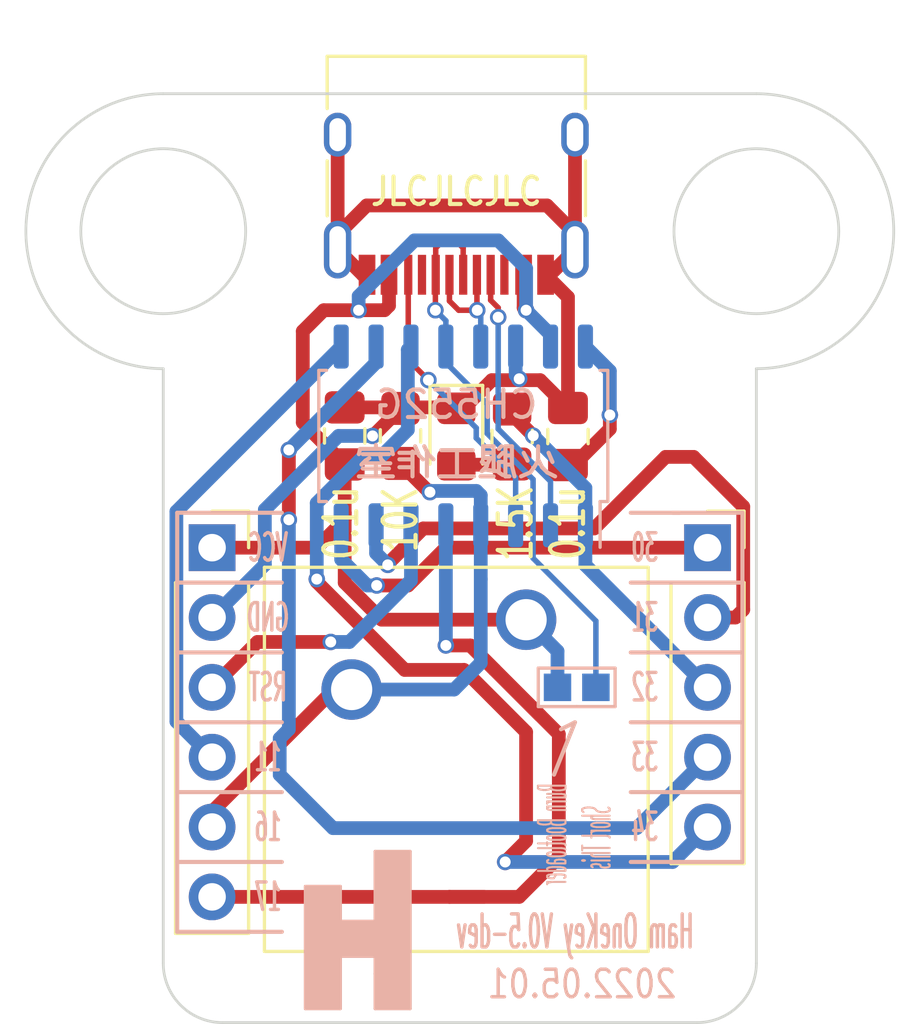
<source format=kicad_pcb>
(kicad_pcb (version 20211014) (generator pcbnew)
  (layers (0 "F.Cu" signal) (31 "B.Cu" signal) (34 "B.Paste" user) (35 "F.Paste" user) (36 "B.SilkS" user "B.Silkscreen") (37 "F.SilkS" user "F.Silkscreen") (38 "B.Mask" user) (39 "F.Mask" user) (44 "Edge.Cuts" user))
  (net 0 "")
  (net 1 "GND")
  (net 2 "Net-(C1-Pad2)")
  (net 3 "VBUS")
  (net 4 "Net-(D1-Pad2)")
  (net 5 "UCC1")
  (net 6 "D+")
  (net 7 "D-")
  (net 9 "UCC2")
  (net 11 "RST")
  (net 12 "P1.1")
  (net 13 "P1.6")
  (net 14 "P1.7")
  (net 15 "P3.0")
  (net 16 "P3.1")
  (net 17 "P3.2")
  (net 18 "P3.3")
  (net 19 "P3.4")
  (footprint "Capacitor_SMD:C_0805_2012Metric_Pad1.18x1.45mm_HandSolder" (layer "F.Cu") (at 153.416 88.9215 -90)
    (fp_text reference "0.1u" (at 3.1535 0 90) (layer "F.SilkS") (effects (font (size 1.2 0.8))))
    (fp_text value "0.1u")
    (fp_line (start -0.261252 -0.735) (end 0.261252 -0.735) (layer "F.SilkS") (width 0.12))
    (fp_line (start -0.261252 0.735) (end 0.261252 0.735) (layer "F.SilkS") (width 0.12))
    (pad "1" smd roundrect (at -1.0375 0 270) (size 1.175 1.45) (layers "F.Cu" "F.Paste" "F.Mask") (roundrect_rratio 0.2127659574) (net 1 "GND"))
    (pad "2" smd roundrect (at 1.0375 0 270) (size 1.175 1.45) (layers "F.Cu" "F.Paste" "F.Mask") (roundrect_rratio 0.2127659574) (net 2 "Net-(C1-Pad2)"))
  )
  (footprint "Button_Switch_Keyboard:SW_Cherry_MX_1.00u_PCB" (layer "F.Cu") (at 151.892 95.583)
    (fp_text reference "SW1" hide)
    (fp_text value "SW_Push")
    (fp_line (start -9.525 12.065) (end -9.525 -1.905) (layer "F.SilkS") (width 0.12))
    (fp_line (start 4.445 -1.905) (end 4.445 12.065) (layer "F.SilkS") (width 0.12))
    (fp_line (start 4.445 12.065) (end -9.525 12.065) (layer "F.SilkS") (width 0.12))
    (fp_line (start -9.525 -1.905) (end 4.445 -1.905) (layer "F.SilkS") (width 0.12))
    (pad "" np_thru_hole circle (at -2.54 5.08) (size 4 4) (drill 4) (layers *.Cu *.Mask))
    (pad "" np_thru_hole circle (at -7.62 5.08) (size 1.7 1.7) (drill 1.7) (layers *.Cu *.Mask))
    (pad "" np_thru_hole circle (at 2.54 5.08) (size 1.7 1.7) (drill 1.7) (layers *.Cu *.Mask))
    (pad "1" thru_hole circle (at 0 0) (size 2.2 2.2) (drill 1.5) (layers *.Cu *.Mask) (net 3 "VBUS"))
    (pad "2" thru_hole circle (at -6.35 2.54) (size 2.2 2.2) (drill 1.5) (layers *.Cu *.Mask) (net 13 "P1.6"))
  )
  (footprint "Connector_PinSocket_2.54mm:PinSocket_1x05_P2.54mm_Vertical" (layer "F.Cu") (at 158.496 92.964)
    (fp_text reference "J3" hide)
    (fp_text value "Conn_01x05_Female")
    (fp_line (start -1.33 11.49) (end 1.33 11.49) (layer "F.SilkS") (width 0.12))
    (fp_line (start 0 -1.33) (end 1.33 -1.33) (layer "F.SilkS") (width 0.12))
    (fp_line (start 1.33 -1.33) (end 1.33 0) (layer "F.SilkS") (width 0.12))
    (fp_line (start 1.33 1.27) (end 1.33 11.49) (layer "F.SilkS") (width 0.12))
    (fp_line (start -1.33 1.27) (end 1.33 1.27) (layer "F.SilkS") (width 0.12))
    (fp_line (start -1.33 1.27) (end -1.33 11.49) (layer "F.SilkS") (width 0.12))
    (pad "1" thru_hole rect (at 0 0) (size 1.7 1.7) (drill 1) (layers *.Cu *.Mask) (net 15 "P3.0"))
    (pad "2" thru_hole oval (at 0 2.54) (size 1.7 1.7) (drill 1) (layers *.Cu *.Mask) (net 16 "P3.1"))
    (pad "3" thru_hole oval (at 0 5.08) (size 1.7 1.7) (drill 1) (layers *.Cu *.Mask) (net 17 "P3.2"))
    (pad "4" thru_hole oval (at 0 7.62) (size 1.7 1.7) (drill 1) (layers *.Cu *.Mask) (net 18 "P3.3"))
    (pad "5" thru_hole oval (at 0 10.16) (size 1.7 1.7) (drill 1) (layers *.Cu *.Mask) (net 19 "P3.4"))
  )
  (footprint "Resistor_SMD:R_0805_2012Metric_Pad1.20x1.40mm_HandSolder" (layer "F.Cu") (at 151.384 88.9215 90)
    (fp_text reference "1.5K" (at -3.1535 0.127 270) (layer "F.SilkS") (effects (font (size 1.2 0.8))))
    (fp_text value "1.5K")
    (fp_line (start -0.227064 0.735) (end 0.227064 0.735) (layer "F.SilkS") (width 0.12))
    (fp_line (start -0.227064 -0.735) (end 0.227064 -0.735) (layer "F.SilkS") (width 0.12))
    (pad "1" smd roundrect (at -1 0 90) (size 1.2 1.4) (layers "F.Cu" "F.Paste" "F.Mask") (roundrect_rratio 0.2083333333) (net 4 "Net-(D1-Pad2)"))
    (pad "2" smd roundrect (at 1 0 90) (size 1.2 1.4) (layers "F.Cu" "F.Paste" "F.Mask") (roundrect_rratio 0.2083333333) (net 17 "P3.2"))
  )
  (footprint "Capacitor_SMD:C_0805_2012Metric_Pad1.18x1.45mm_HandSolder" (layer "F.Cu") (at 145.288 88.9 -90)
    (fp_text reference "0.1u" (at 3.175 0.127 -90) (layer "F.SilkS") (effects (font (size 1.2 0.8))))
    (fp_text value "0.1u")
    (fp_line (start -0.261252 -0.735) (end 0.261252 -0.735) (layer "F.SilkS") (width 0.12))
    (fp_line (start -0.261252 0.735) (end 0.261252 0.735) (layer "F.SilkS") (width 0.12))
    (pad "1" smd roundrect (at -1.0375 0 270) (size 1.175 1.45) (layers "F.Cu" "F.Paste" "F.Mask") (roundrect_rratio 0.2127659574) (net 1 "GND"))
    (pad "2" smd roundrect (at 1.0375 0 270) (size 1.175 1.45) (layers "F.Cu" "F.Paste" "F.Mask") (roundrect_rratio 0.2127659574) (net 3 "VBUS"))
  )
  (footprint "Diode_SMD:D_0805_2012Metric_Pad1.15x1.40mm_HandSolder" (layer "F.Cu") (at 149.352 88.9215 -90)
    (fp_text reference "D1" hide)
    (fp_text value "LED")
    (fp_line (start 1 -0.96) (end -1.86 -0.96) (layer "F.SilkS") (width 0.12))
    (fp_line (start -1.86 -0.96) (end -1.86 0.96) (layer "F.SilkS") (width 0.12))
    (fp_line (start -1.86 0.96) (end 1 0.96) (layer "F.SilkS") (width 0.12))
    (pad "1" smd roundrect (at -1.025 0 270) (size 1.15 1.4) (layers "F.Cu" "F.Paste" "F.Mask") (roundrect_rratio 0.2173913043) (net 1 "GND"))
    (pad "2" smd roundrect (at 1.025 0 270) (size 1.15 1.4) (layers "F.Cu" "F.Paste" "F.Mask") (roundrect_rratio 0.2173913043) (net 4 "Net-(D1-Pad2)"))
  )
  (footprint "Connector_PinSocket_2.54mm:PinSocket_1x06_P2.54mm_Vertical" (layer "F.Cu") (at 140.462 92.964)
    (fp_text reference "J2" hide)
    (fp_text value "Conn_01x06_Female")
    (fp_line (start 1.33 -1.33) (end 1.33 0) (layer "F.SilkS") (width 0.12))
    (fp_line (start -1.33 1.27) (end 1.33 1.27) (layer "F.SilkS") (width 0.12))
    (fp_line (start -1.33 1.27) (end -1.33 14.03) (layer "F.SilkS") (width 0.12))
    (fp_line (start -1.33 14.03) (end 1.33 14.03) (layer "F.SilkS") (width 0.12))
    (fp_line (start 1.33 1.27) (end 1.33 14.03) (layer "F.SilkS") (width 0.12))
    (fp_line (start 0 -1.33) (end 1.33 -1.33) (layer "F.SilkS") (width 0.12))
    (pad "1" thru_hole rect (at 0 0) (size 1.7 1.7) (drill 1) (layers *.Cu *.Mask) (net 3 "VBUS"))
    (pad "2" thru_hole oval (at 0 2.54) (size 1.7 1.7) (drill 1) (layers *.Cu *.Mask) (net 1 "GND"))
    (pad "3" thru_hole oval (at 0 5.08) (size 1.7 1.7) (drill 1) (layers *.Cu *.Mask) (net 11 "RST"))
    (pad "4" thru_hole oval (at 0 7.62) (size 1.7 1.7) (drill 1) (layers *.Cu *.Mask) (net 12 "P1.1"))
    (pad "5" thru_hole oval (at 0 10.16) (size 1.7 1.7) (drill 1) (layers *.Cu *.Mask) (net 13 "P1.6"))
    (pad "6" thru_hole oval (at 0 12.7) (size 1.7 1.7) (drill 1) (layers *.Cu *.Mask) (net 14 "P1.7"))
  )
  (footprint "Resistor_SMD:R_0805_2012Metric_Pad1.20x1.40mm_HandSolder" (layer "F.Cu") (at 147.32 88.9 -90)
    (fp_text reference "10K" (at 3.048 0 90) (layer "F.SilkS") (effects (font (size 1.2 0.8))))
    (fp_text value "10K")
    (fp_line (start -0.227064 -0.735) (end 0.227064 -0.735) (layer "F.SilkS") (width 0.12))
    (fp_line (start -0.227064 0.735) (end 0.227064 0.735) (layer "F.SilkS") (width 0.12))
    (pad "1" smd roundrect (at -1 0 270) (size 1.2 1.4) (layers "F.Cu" "F.Paste" "F.Mask") (roundrect_rratio 0.2083333333) (net 1 "GND"))
    (pad "2" smd roundrect (at 1 0 270) (size 1.2 1.4) (layers "F.Cu" "F.Paste" "F.Mask") (roundrect_rratio 0.2083333333) (net 13 "P1.6"))
  )
  (footprint "Connector_USB:USB_C_Receptacle_HRO_TYPE-C-31-M-12" (layer "F.Cu") (at 149.352 78.994 180)
    (fp_text reference "J1" hide)
    (fp_text value "USB_C_Receptacle_USB2.0")
    (fp_line (start -4.7 -1.9) (end -4.7 0.1) (layer "F.SilkS") (width 0.12))
    (fp_line (start 4.7 -1.9) (end 4.7 0.1) (layer "F.SilkS") (width 0.12))
    (fp_line (start 4.7 2) (end 4.7 3.9) (layer "F.SilkS") (width 0.12))
    (fp_line (start -4.7 3.9) (end 4.7 3.9) (layer "F.SilkS") (width 0.12))
    (fp_line (start -4.7 2) (end -4.7 3.9) (layer "F.SilkS") (width 0.12))
    (pad "" np_thru_hole circle (at 2.89 -2.6 180) (size 0.65 0.65) (drill 0.65) (layers *.Cu *.Mask))
    (pad "" np_thru_hole circle (at -2.89 -2.6 180) (size 0.65 0.65) (drill 0.65) (layers *.Cu *.Mask))
    (pad "A1" smd rect (at -3.25 -4.045 180) (size 0.6 1.45) (layers "F.Cu" "F.Paste" "F.Mask") (net 1 "GND"))
    (pad "A4" smd rect (at -2.45 -4.045 180) (size 0.6 1.45) (layers "F.Cu" "F.Paste" "F.Mask") (net 3 "VBUS"))
    (pad "A5" smd rect (at -1.25 -4.045 180) (size 0.3 1.45) (layers "F.Cu" "F.Paste" "F.Mask") (net 5 "UCC1"))
    (pad "A6" smd rect (at -0.25 -4.045 180) (size 0.3 1.45) (layers "F.Cu" "F.Paste" "F.Mask") (net 6 "D+"))
    (pad "A7" smd rect (at 0.25 -4.045 180) (size 0.3 1.45) (layers "F.Cu" "F.Paste" "F.Mask") (net 7 "D-"))
    (pad "A8" smd rect (at 1.25 -4.045 180) (size 0.3 1.45) (layers "F.Cu" "F.Paste" "F.Mask"))
    (pad "A9" smd rect (at 2.45 -4.045 180) (size 0.6 1.45) (layers "F.Cu" "F.Paste" "F.Mask") (net 3 "VBUS"))
    (pad "A12" smd rect (at 3.25 -4.045 180) (size 0.6 1.45) (layers "F.Cu" "F.Paste" "F.Mask") (net 1 "GND"))
    (pad "B1" smd rect (at 3.25 -4.045 180) (size 0.6 1.45) (layers "F.Cu" "F.Paste" "F.Mask") (net 1 "GND"))
    (pad "B4" smd rect (at 2.45 -4.045 180) (size 0.6 1.45) (layers "F.Cu" "F.Paste" "F.Mask") (net 3 "VBUS"))
    (pad "B5" smd rect (at 1.75 -4.045 180) (size 0.3 1.45) (layers "F.Cu" "F.Paste" "F.Mask") (net 9 "UCC2"))
    (pad "B6" smd rect (at 0.75 -4.045 180) (size 0.3 1.45) (layers "F.Cu" "F.Paste" "F.Mask") (net 6 "D+"))
    (pad "B7" smd rect (at -0.75 -4.045 180) (size 0.3 1.45) (layers "F.Cu" "F.Paste" "F.Mask") (net 7 "D-"))
    (pad "B8" smd rect (at -1.75 -4.045 180) (size 0.3 1.45) (layers "F.Cu" "F.Paste" "F.Mask"))
    (pad "B9" smd rect (at -2.45 -4.045 180) (size 0.6 1.45) (layers "F.Cu" "F.Paste" "F.Mask") (net 3 "VBUS"))
    (pad "B12" smd rect (at -3.25 -4.045 180) (size 0.6 1.45) (layers "F.Cu" "F.Paste" "F.Mask") (net 1 "GND"))
    (pad "S1" thru_hole oval (at 4.32 1.05 180) (size 1 1.6) (drill oval 0.6 1.2) (layers *.Cu *.Mask) (net 1 "GND"))
    (pad "S1" thru_hole oval (at -4.32 -3.13 180) (size 1 2.1) (drill oval 0.6 1.7) (layers *.Cu *.Mask) (net 1 "GND"))
    (pad "S1" thru_hole oval (at -4.32 1.05 180) (size 1 1.6) (drill oval 0.6 1.2) (layers *.Cu *.Mask) (net 1 "GND"))
    (pad "S1" thru_hole oval (at 4.32 -3.13 180) (size 1 2.1) (drill oval 0.6 1.7) (layers *.Cu *.Mask) (net 1 "GND"))
  )
  (footprint "TestPoint:TestPoint_Pad_1.0x1.0mm" (layer "B.Cu") (at 154.432 98.044 180)
    (fp_text reference "D+" hide)
    (fp_text value "TestPoint_Pad_1.0x1.0mm")
    (fp_line (start 0.7 -0.7) (end -0.7 -0.7) (layer "B.SilkS") (width 0.12))
    (fp_line (start -0.7 0.7) (end 0.7 0.7) (layer "B.SilkS") (width 0.12))
    (fp_line (start -0.7 -0.7) (end -0.7 0.7) (layer "B.SilkS") (width 0.12))
    (pad "1" smd rect (at 0 0 180) (size 1 1) (layers "B.Cu" "B.Mask") (net 6 "D+"))
  )
  (footprint "TestPoint:TestPoint_Pad_1.0x1.0mm" (layer "B.Cu") (at 153.035 98.044 180)
    (fp_text reference "VCC" hide)
    (fp_text value "TestPoint_Pad_1.0x1.0mm")
    (fp_line (start 0.7 -0.7) (end -0.7 -0.7) (layer "B.SilkS") (width 0.12))
    (fp_line (start 0.7 0.7) (end 0.7 -0.7) (layer "B.SilkS") (width 0.12))
    (fp_line (start -0.7 0.7) (end 0.7 0.7) (layer "B.SilkS") (width 0.12))
    (pad "1" smd rect (at 0 0 180) (size 1 1) (layers "B.Cu" "B.Mask") (net 3 "VBUS"))
  )
  (footprint "LOGO:Ham_LOGO" (layer "B.Cu") (at 143.859 103.378 180)
    (fp_text reference "REF**" hide)
    (fp_text value "LOGO" hide)
    (fp_line (start 0 -6.35) (end -1.27 -6.35) (layer "B.SilkS") (width 0.12))
    (fp_line (start 0 -3.175) (end 0 -6.35) (layer "B.SilkS") (width 0.12))
    (fp_line (start -2.54 -0.635) (end -2.54 -3.175) (layer "B.SilkS") (width 0.12))
    (fp_line (start -2.54 -4.445) (end -1.27 -4.445) (layer "B.SilkS") (width 0.12))
    (fp_line (start -3.81 -6.35) (end -3.81 -0.635) (layer "B.SilkS") (width 0.12))
    (fp_line (start -1.27 -3.175) (end -1.27 -1.905) (layer "B.SilkS") (width 0.12))
    (fp_line (start 0 -1.905) (end 0 -3.175) (layer "B.SilkS") (width 0.12))
    (fp_line (start -2.54 -5.08) (end -2.54 -6.35) (layer "B.SilkS") (width 0.12))
    (fp_line (start -2.54 -3.175) (end -1.27 -3.175) (layer "B.SilkS") (width 0.12))
    (fp_line (start -2.54 -6.35) (end -3.81 -6.35) (layer "B.SilkS") (width 0.12))
    (fp_line (start -2.54 -4.445) (end -2.54 -5.08) (layer "B.SilkS") (width 0.12))
    (fp_line (start -1.27 -1.905) (end 0 -1.905) (layer "B.SilkS") (width 0.12))
    (fp_line (start -1.27 -6.35) (end -1.27 -5.08) (layer "B.SilkS") (width 0.12))
    (fp_line (start -1.27 -4.445) (end -1.27 -5.08) (layer "B.SilkS") (width 0.12))
    (fp_line (start -3.81 -0.635) (end -2.54 -0.635) (layer "B.SilkS") (width 0.12))
    (fp_poly (pts (xy -1.27 -4.445) (xy -2.54 -4.445) (xy -2.54 -3.175) (xy -1.27 -3.175)) (layer "B.SilkS") (width 0.1) (fill solid))
    (fp_poly (pts (xy -2.54 -6.35) (xy -3.81 -6.35) (xy -3.81 -0.635) (xy -2.54 -0.635)) (layer "B.SilkS") (width 0.1) (fill solid))
    (fp_poly (pts (xy 0 -6.35) (xy -1.27 -6.35) (xy -1.27 -1.905) (xy 0 -1.905)) (layer "B.SilkS") (width 0.1) (fill solid))
  )
  (footprint "Package_SO:SOIC-16_4.55x10.3mm_P1.27mm" (layer "B.Cu") (at 149.606 88.9 90)
    (fp_text reference "CH552G" (at 1.143 -0.254 180) (layer "B.SilkS") (effects (justify mirror)))
    (fp_text value "CH552G")
    (fp_line (start -2.385 5.26) (end -2.385 4.98) (layer "B.SilkS") (width 0.12))
    (fp_line (start 0 5.26) (end -2.385 5.26) (layer "B.SilkS") (width 0.12))
    (fp_line (start 0 5.26) (end 2.385 5.26) (layer "B.SilkS") (width 0.12))
    (fp_line (start 0 -5.26) (end 2.385 -5.26) (layer "B.SilkS") (width 0.12))
    (fp_line (start 2.385 5.26) (end 2.385 4.98) (layer "B.SilkS") (width 0.12))
    (fp_line (start 2.385 -5.26) (end 2.385 -4.98) (layer "B.SilkS") (width 0.12))
    (fp_line (start 0 -5.26) (end -2.385 -5.26) (layer "B.SilkS") (width 0.12))
    (fp_line (start -2.385 -5.26) (end -2.385 -4.98) (layer "B.SilkS") (width 0.12))
    (fp_line (start -2.385 4.98) (end -4.05 4.98) (layer "B.SilkS") (width 0.12))
    (pad "1" smd roundrect (at -3.25 4.445 90) (size 1.6 0.55) (layers "B.Cu" "B.Paste" "B.Mask") (net 17 "P3.2"))
    (pad "2" smd roundrect (at -3.25 3.175 90) (size 1.6 0.55) (layers "B.Cu" "B.Paste" "B.Mask") (net 5 "UCC1"))
    (pad "3" smd roundrect (at -3.25 1.905 90) (size 1.6 0.55) (layers "B.Cu" "B.Paste" "B.Mask") (net 9 "UCC2"))
    (pad "4" smd roundrect (at -3.25 0.635 90) (size 1.6 0.55) (layers "B.Cu" "B.Paste" "B.Mask") (net 13 "P1.6"))
    (pad "5" smd roundrect (at -3.25 -0.635 90) (size 1.6 0.55) (layers "B.Cu" "B.Paste" "B.Mask") (net 14 "P1.7"))
    (pad "6" smd roundrect (at -3.25 -1.905 90) (size 1.6 0.55) (layers "B.Cu" "B.Paste" "B.Mask") (net 11 "RST"))
    (pad "7" smd roundrect (at -3.25 -3.175 90) (size 1.6 0.55) (layers "B.Cu" "B.Paste" "B.Mask") (net 16 "P3.1"))
    (pad "8" smd roundrect (at -3.25 -4.445 90) (size 1.6 0.55) (layers "B.Cu" "B.Paste" "B.Mask") (net 15 "P3.0"))
    (pad "9" smd roundrect (at 3.25 -4.445 90) (size 1.6 0.55) (layers "B.Cu" "B.Paste" "B.Mask") (net 12 "P1.1"))
    (pad "10" smd roundrect (at 3.25 -3.175 90) (size 1.6 0.55) (layers "B.Cu" "B.Paste" "B.Mask") (net 18 "P3.3"))
    (pad "11" smd roundrect (at 3.25 -1.905 90) (size 1.6 0.55) (layers "B.Cu" "B.Paste" "B.Mask") (net 19 "P3.4"))
    (pad "12" smd roundrect (at 3.25 -0.635 90) (size 1.6 0.55) (layers "B.Cu" "B.Paste" "B.Mask") (net 6 "D+"))
    (pad "13" smd roundrect (at 3.25 0.635 90) (size 1.6 0.55) (layers "B.Cu" "B.Paste" "B.Mask") (net 7 "D-"))
    (pad "14" smd roundrect (at 3.25 1.905 90) (size 1.6 0.55) (layers "B.Cu" "B.Paste" "B.Mask") (net 1 "GND"))
    (pad "15" smd roundrect (at 3.25 3.175 90) (size 1.6 0.55) (layers "B.Cu" "B.Paste" "B.Mask") (net 3 "VBUS"))
    (pad "16" smd roundrect (at 3.25 4.445 90) (size 1.6 0.55) (layers "B.Cu" "B.Paste" "B.Mask") (net 2 "Net-(C1-Pad2)"))
  )
  (gr_line (start 157.226 91.694) (end 159.766 91.694) (layer "B.SilkS") (width 0.15))
  (gr_line (start 139.192 96.774) (end 143.002 96.774) (layer "B.SilkS") (width 0.15))
  (gr_line (start 153.67 99.314) (end 153.162 99.568) (layer "B.SilkS") (width 0.15))
  (gr_line (start 139.192 106.934) (end 143.002 106.934) (layer "B.SilkS") (width 0.15))
  (gr_line (start 139.192 91.694) (end 143.002 91.694) (layer "B.SilkS") (width 0.15))
  (gr_line (start 157.48 104.394) (end 157.226 104.394) (layer "B.SilkS") (width 0.15))
  (gr_line (start 159.766 99.314) (end 155.702 99.314) (layer "B.SilkS") (width 0.15))
  (gr_line (start 143.002 94.234) (end 139.192 94.234) (layer "B.SilkS") (width 0.15))
  (gr_line (start 139.192 99.314) (end 143.002 99.314) (layer "B.SilkS") (width 0.15))
  (gr_line (start 139.192 101.854) (end 143.002 101.854) (layer "B.SilkS") (width 0.15))
  (gr_line (start 153.67 99.314) (end 152.908 101.219) (layer "B.SilkS") (width 0.15))
  (gr_line (start 159.766 96.774) (end 155.702 96.774) (layer "B.SilkS") (width 0.15))
  (gr_line (start 159.766 104.394) (end 157.48 104.394) (layer "B.SilkS") (width 0.15))
  (gr_line (start 139.192 94.234) (end 139.192 91.694) (layer "B.SilkS") (width 0.15))
  (gr_line (start 159.766 94.234) (end 155.702 94.234) (layer "B.SilkS") (width 0.15))
  (gr_line (start 139.192 104.394) (end 143.002 104.394) (layer "B.SilkS") (width 0.15))
  (gr_line (start 159.766 91.694) (end 159.766 104.394) (layer "B.SilkS") (width 0.15))
  (gr_line (start 159.766 101.854) (end 155.702 101.854) (layer "B.SilkS") (width 0.15))
  (gr_line (start 157.226 104.394) (end 155.702 104.394) (layer "B.SilkS") (width 0.15))
  (gr_line (start 155.702 91.694) (end 157.48 91.694) (layer "B.SilkS") (width 0.15))
  (gr_line (start 139.192 94.234) (end 139.192 106.934) (layer "B.SilkS") (width 0.15))
  (gr_line (start 160.274 86.454) (end 160.274 108.077) (layer "Edge.Cuts") (width 0.1))
  (gr_circle (center 160.274 81.454) (end 163.274 81.454) (layer "Edge.Cuts") (width 0.1) (fill none))
  (gr_arc (start 138.684 86.454) (mid 133.684 81.454) (end 138.684 76.454) (layer "Edge.Cuts") (width 0.1))
  (gr_line (start 138.684 76.454) (end 160.274 76.454) (layer "Edge.Cuts") (width 0.1))
  (gr_line (start 158.115 110.236) (end 140.843 110.236) (layer "Edge.Cuts") (width 0.1))
  (gr_circle (center 138.684 81.454) (end 141.684 81.454) (layer "Edge.Cuts") (width 0.1) (fill none))
  (gr_arc (start 160.274 76.454) (mid 165.274 81.454) (end 160.274 86.454) (layer "Edge.Cuts") (width 0.1))
  (gr_arc (start 160.274 108.077) (mid 159.641644 109.603644) (end 158.115 110.236) (layer "Edge.Cuts") (width 0.1))
  (gr_line (start 138.684 108.077) (end 138.684 86.454) (layer "Edge.Cuts") (width 0.1))
  (gr_arc (start 140.843 110.236) (mid 139.316356 109.603644) (end 138.684 108.077) (layer "Edge.Cuts") (width 0.1))
  (gr_text "Ham OneKey V0.5-dev" (at 153.67 106.934) (layer "B.SilkS") (effects (font (size 1.2 0.5) (thickness 0.125)) (justify mirror)))
  (gr_text "32" (at 156.21 98.044) (layer "B.SilkS") (effects (font (size 1 0.5) (thickness 0.125)) (justify mirror)))
  (gr_text "16" (at 142.494 103.124) (layer "B.SilkS") (effects (font (size 1 0.5) (thickness 0.125)) (justify mirror)))
  (gr_text "GND" (at 142.494 95.504) (layer "B.SilkS") (effects (font (size 1 0.5) (thickness 0.125)) (justify mirror)))
  (gr_text "31" (at 156.21 95.504) (layer "B.SilkS") (effects (font (size 1 0.5) (thickness 0.125)) (justify mirror)))
  (gr_text "33" (at 156.21 100.584) (layer "B.SilkS") (effects (font (size 1 0.5) (thickness 0.125)) (justify mirror)))
  (gr_text "30" (at 156.21 92.964) (layer "B.SilkS") (effects (font (size 1 0.5) (thickness 0.125)) (justify mirror)))
  (gr_text "34" (at 156.21 103.124) (layer "B.SilkS") (effects (font (size 1 0.5) (thickness 0.125)) (justify mirror)))
  (gr_text "火腿工作室" (at 149.352 89.916) (layer "B.SilkS") (effects (font (size 1 1)) (justify mirror)))
  (gr_text "VCC" (at 142.494 92.964) (layer "B.SilkS") (effects (font (size 1 0.5) (thickness 0.125)) (justify mirror)))
  (gr_text "2022.05.01" (at 153.924 108.839) (layer "B.SilkS") (effects (font (size 1 0.8) (thickness 0.125)) (justify mirror)))
  (gr_text "RST" (at 142.494 98.044) (layer "B.SilkS") (effects (font (size 1 0.5) (thickness 0.125)) (justify mirror)))
  (gr_text "Burn Bootloader \nShort This" (at 153.67 103.505 90) (layer "B.SilkS") (effects (font (size 1 0.3) (thickness 0.075)) (justify mirror)))
  (gr_text "17" (at 142.494 105.664) (layer "B.SilkS") (effects (font (size 1 0.5) (thickness 0.125)) (justify mirror)))
  (gr_text "11" (at 142.494 100.584) (layer "B.SilkS") (effects (font (size 1 0.5) (thickness 0.125)) (justify mirror)))
  (gr_text "JLCJLCJLC" (at 149.352 80.01) (layer "F.SilkS") (effects (font (size 1 0.8))))
  (segment (start 150.64425 86.87198) (end 152.40398 86.87198) (width 0.5) (layer "F.Cu") (net 1))
  (segment (start 152.40398 86.87198) (end 153.416 87.884) (width 0.5) (layer "F.Cu") (net 1))
  (segment (start 152.654 80.518) (end 153.672 81.536) (width 0.5) (layer "F.Cu") (net 1))
  (segment (start 153.672 81.536) (end 153.672 82.124) (width 0.5) (layer "F.Cu") (net 1))
  (segment (start 146.304 88.9) (end 146.32 88.9) (width 0.5) (layer "F.Cu") (net 1))
  (segment (start 145.032 81.574) (end 146.088 80.518) (width 0.5) (layer "F.Cu") (net 1))
  (segment (start 152.602 83.039) (end 153.416 83.853) (width 0.5) (layer "F.Cu") (net 1))
  (segment (start 153.672 77.944) (end 153.672 82.124) (width 0.5) (layer "F.Cu") (net 1))
  (segment (start 152.757 83.039) (end 153.672 82.124) (width 0.5) (layer "F.Cu") (net 1))
  (segment (start 146.102 83.039) (end 145.947 83.039) (width 0.5) (layer "F.Cu") (net 1))
  (segment (start 145.947 83.039) (end 145.032 82.124) (width 0.5) (layer "F.Cu") (net 1))
  (segment (start 145.288 87.8625) (end 149.65373 87.8625) (width 0.5) (layer "F.Cu") (net 1))
  (segment (start 152.602 83.039) (end 152.757 83.039) (width 0.5) (layer "F.Cu") (net 1))
  (segment (start 149.65373 87.8625) (end 150.64425 86.87198) (width 0.5) (layer "F.Cu") (net 1))
  (segment (start 145.032 82.124) (end 145.032 81.574) (width 0.5) (layer "F.Cu") (net 1))
  (segment (start 146.32 88.9) (end 147.32 87.9) (width 0.5) (layer "F.Cu") (net 1))
  (segment (start 153.416 83.853) (end 153.416 87.884) (width 0.5) (layer "F.Cu") (net 1))
  (segment (start 145.032 77.944) (end 145.032 82.124) (width 0.5) (layer "F.Cu") (net 1))
  (segment (start 146.088 80.518) (end 152.654 80.518) (width 0.5) (layer "F.Cu") (net 1))
  (via (at 146.304 88.9) (size 0.6) (drill 0.4) (layers "F.Cu" "B.Cu") (net 1))
  (via (at 151.64198 86.822) (size 0.6) (drill 0.4) (layers "F.Cu" "B.Cu") (net 1))
  (segment (start 145.063511 88.9) (end 146.304 88.9) (width 0.5) (layer "B.Cu") (net 1))
  (segment (start 142.381755 91.581755) (end 145.063511 88.9) (width 0.5) (layer "B.Cu") (net 1))
  (segment (start 142.381755 93.584245) (end 142.381755 91.581755) (width 0.5) (layer "B.Cu") (net 1))
  (segment (start 140.462 95.504) (end 142.381755 93.584245) (width 0.5) (layer "B.Cu") (net 1))
  (segment (start 151.511 86.69102) (end 151.64198 86.822) (width 0.5) (layer "B.Cu") (net 1))
  (segment (start 151.511 85.65) (end 151.511 86.69102) (width 0.5) (layer "B.Cu") (net 1))
  (segment (start 153.416 89.959) (end 153.627 89.959) (width 0.5) (layer "F.Cu") (net 2))
  (segment (start 153.627 89.959) (end 154.94 88.646) (width 0.5) (layer "F.Cu") (net 2))
  (segment (start 154.94 88.646) (end 154.94 88.138) (width 0.5) (layer "F.Cu") (net 2))
  (via (at 154.94 88.138) (size 0.6) (drill 0.4) (layers "F.Cu" "B.Cu") (net 2))
  (segment (start 154.94 88.138) (end 154.94 86.539) (width 0.5) (layer "B.Cu") (net 2))
  (segment (start 154.94 86.539) (end 154.051 85.65) (width 0.5) (layer "B.Cu") (net 2))
  (segment (start 146.637 95.583) (end 145.288 94.234) (width 0.5) (layer "F.Cu") (net 3))
  (segment (start 144.272 92.964) (end 145.288 91.948) (width 0.5) (layer "F.Cu") (net 3))
  (segment (start 143.764 88.4135) (end 143.764 85.09) (width 0.5) (layer "F.Cu") (net 3))
  (segment (start 145.288 94.234) (end 145.288 91.694) (width 0.5) (layer "F.Cu") (net 3))
  (segment (start 145.288 89.9375) (end 143.764 88.4135) (width 0.5) (layer "F.Cu") (net 3))
  (segment (start 146.902 84.163022) (end 146.902 83.039) (width 0.5) (layer "F.Cu") (net 3))
  (segment (start 143.764 85.09) (end 144.526 84.328) (width 0.5) (layer "F.Cu") (net 3))
  (segment (start 151.802 84.238) (end 151.802 83.039) (width 0.5) (layer "F.Cu") (net 3))
  (segment (start 145.796 84.328) (end 146.737022 84.328) (width 0.5) (layer "F.Cu") (net 3))
  (segment (start 145.288 91.694) (end 145.288 89.9375) (width 0.5) (layer "F.Cu") (net 3))
  (segment (start 146.737022 84.328) (end 146.902 84.163022) (width 0.5) (layer "F.Cu") (net 3))
  (segment (start 140.462 92.964) (end 144.272 92.964) (width 0.5) (layer "F.Cu") (net 3))
  (segment (start 145.288 91.948) (end 145.288 91.694) (width 0.5) (layer "F.Cu") (net 3))
  (segment (start 150.9335 95.583) (end 151.892 95.583) (width 0.5) (layer "F.Cu") (net 3))
  (segment (start 151.892 84.328) (end 151.802 84.238) (width 0.5) (layer "F.Cu") (net 3))
  (segment (start 151.892 95.583) (end 146.637 95.583) (width 0.5) (layer "F.Cu") (net 3))
  (segment (start 144.526 84.328) (end 145.796 84.328) (width 0.5) (layer "F.Cu") (net 3))
  (via (at 151.892 84.328) (size 0.6) (drill 0.4) (layers "F.Cu" "B.Cu") (net 3))
  (via (at 145.796 84.328) (size 0.6) (drill 0.4) (layers "F.Cu" "B.Cu") (net 3))
  (segment (start 153.035 96.726) (end 151.892 95.583) (width 0.5) (layer "B.Cu") (net 3))
  (segment (start 150.876 81.788) (end 151.892 82.804) (width 0.5) (layer "B.Cu") (net 3))
  (segment (start 151.892 82.804) (end 151.892 84.328) (width 0.5) (layer "B.Cu") (net 3))
  (segment (start 153.035 98.044) (end 153.035 96.726) (width 0.5) (layer "B.Cu") (net 3))
  (segment (start 152.781 85.65) (end 152.781 85.217) (width 0.5) (layer "B.Cu") (net 3))
  (segment (start 152.781 85.217) (end 151.892 84.328) (width 0.5) (layer "B.Cu") (net 3))
  (segment (start 145.796 84.328) (end 145.796 83.82) (width 0.5) (layer "B.Cu") (net 3))
  (segment (start 147.828 81.788) (end 150.876 81.788) (width 0.5) (layer "B.Cu") (net 3))
  (segment (start 145.796 83.82) (end 147.828 81.788) (width 0.5) (layer "B.Cu") (net 3))
  (segment (start 149.352 89.9465) (end 151.359 89.9465) (width 0.5) (layer "F.Cu") (net 4))
  (segment (start 151.359 89.9465) (end 151.384 89.9215) (width 0.5) (layer "F.Cu") (net 4))
  (segment (start 150.876 84.238) (end 150.876 84.582) (width 0.2) (layer "F.Cu") (net 5))
  (segment (start 150.602 83.964) (end 150.876 84.238) (width 0.2) (layer "F.Cu") (net 5))
  (segment (start 150.602 83.039) (end 150.602 83.964) (width 0.2) (layer "F.Cu") (net 5))
  (via (at 150.876 84.582) (size 0.6) (drill 0.4) (layers "F.Cu" "B.Cu") (net 5))
  (segment (start 150.876 84.582) (end 150.876 88.646) (width 0.2) (layer "B.Cu") (net 5))
  (segment (start 152.781 90.551) (end 152.781 92.15) (width 0.2) (layer "B.Cu") (net 5))
  (segment (start 150.876 88.646) (end 152.781 90.551) (width 0.2) (layer "B.Cu") (net 5))
  (segment (start 148.878978 81.788) (end 149.325022 81.788) (width 0.2) (layer "F.Cu") (net 6))
  (segment (start 149.325022 81.788) (end 149.602 82.064978) (width 0.2) (layer "F.Cu") (net 6))
  (segment (start 148.59 83.051) (end 148.602 83.039) (width 0.2) (layer "F.Cu") (net 6))
  (segment (start 148.602 82.064978) (end 148.878978 81.788) (width 0.2) (layer "F.Cu") (net 6))
  (segment (start 148.59 84.328) (end 148.59 83.051) (width 0.2) (layer "F.Cu") (net 6))
  (segment (start 148.602 83.039) (end 148.602 82.064978) (width 0.2) (layer "F.Cu") (net 6))
  (segment (start 149.602 82.064978) (end 149.602 83.039) (width 0.2) (layer "F.Cu") (net 6))
  (via (at 148.59 84.328) (size 0.6) (drill 0.4) (layers "F.Cu" "B.Cu") (net 6))
  (segment (start 152.146 93.345) (end 154.432 95.631) (width 0.2) (layer "B.Cu") (net 6))
  (segment (start 148.971 86.233) (end 150.47648 87.73848) (width 0.2) (layer "B.Cu") (net 6))
  (segment (start 154.432 95.631) (end 154.432 98.044) (width 0.2) (layer "B.Cu") (net 6))
  (segment (start 150.47648 87.73848) (end 150.476481 88.811487) (width 0.2) (layer "B.Cu") (net 6))
  (segment (start 148.971 85.65) (end 148.971 84.709) (width 0.2) (layer "B.Cu") (net 6))
  (segment (start 150.476481 88.811487) (end 152.146 90.481006) (width 0.2) (layer "B.Cu") (net 6))
  (segment (start 152.146 90.481006) (end 152.146 93.345) (width 0.2) (layer "B.Cu") (net 6))
  (segment (start 148.971 85.65) (end 148.971 86.233) (width 0.2) (layer "B.Cu") (net 6))
  (segment (start 148.971 84.709) (end 148.59 84.328) (width 0.2) (layer "B.Cu") (net 6))
  (segment (start 150.051511 84.265511) (end 150.102 84.215022) (width 0.2) (layer "F.Cu") (net 7))
  (segment (start 149.102 83.992162) (end 149.437838 84.328) (width 0.2) (layer "F.Cu") (net 7))
  (segment (start 149.437838 84.328) (end 150.114 84.328) (width 0.2) (layer "F.Cu") (net 7))
  (segment (start 150.114 84.328) (end 150.051511 84.265511) (width 0.2) (layer "F.Cu") (net 7))
  (segment (start 150.102 84.215022) (end 150.102 83.039) (width 0.2) (layer "F.Cu") (net 7))
  (segment (start 149.102 83.039) (end 149.102 83.992162) (width 0.2) (layer "F.Cu") (net 7))
  (via (at 150.114 84.328) (size 0.6) (drill 0.4) (layers "F.Cu" "B.Cu") (net 7))
  (segment (start 150.241 84.455) (end 150.114 84.328) (width 0.2) (layer "B.Cu") (net 7))
  (segment (start 150.241 85.65) (end 150.241 84.455) (width 0.2) (layer "B.Cu") (net 7))
  (segment (start 147.602 83.039) (end 147.602 86.134) (width 0.2) (layer "F.Cu") (net 9))
  (segment (start 147.602 86.134) (end 148.336 86.868) (width 0.2) (layer "F.Cu") (net 9))
  (via (at 148.336 86.868) (size 0.6) (drill 0.4) (layers "F.Cu" "B.Cu") (net 9))
  (segment (start 150.076961 88.608961) (end 150.076962 88.976974) (width 0.2) (layer "B.Cu") (net 9))
  (segment (start 148.336 86.868) (end 150.076961 88.608961) (width 0.2) (layer "B.Cu") (net 9))
  (segment (start 150.076962 88.976974) (end 151.511 90.411012) (width 0.2) (layer "B.Cu") (net 9))
  (segment (start 151.511 90.411012) (end 151.511 92.15) (width 0.2) (layer "B.Cu") (net 9))
  (segment (start 140.462 98.044) (end 140.623979 98.044) (width 0.5) (layer "F.Cu") (net 11))
  (segment (start 140.462 98.044) (end 142.113 96.393) (width 0.5) (layer "F.Cu") (net 11))
  (segment (start 142.113 96.393) (end 144.78 96.393) (width 0.5) (layer "F.Cu") (net 11))
  (via (at 144.78 96.393) (size 0.6) (drill 0.4) (layers "F.Cu" "B.Cu") (net 11))
  (segment (start 147.701 94.15097) (end 146.763436 95.088534) (width 0.5) (layer "B.Cu") (net 11))
  (segment (start 147.701 92.15) (end 147.701 94.15097) (width 0.5) (layer "B.Cu") (net 11))
  (segment (start 144.78 96.393) (end 145.45897 96.393) (width 0.5) (layer "B.Cu") (net 11))
  (segment (start 145.45897 96.393) (end 146.763436 95.088534) (width 0.5) (layer "B.Cu") (net 11))
  (segment (start 139.162489 99.284489) (end 140.462 100.584) (width 0.5) (layer "B.Cu") (net 12))
  (segment (start 145.161 85.65) (end 139.162489 91.648511) (width 0.5) (layer "B.Cu") (net 12))
  (segment (start 139.162489 91.648511) (end 139.162489 99.284489) (width 0.5) (layer "B.Cu") (net 12))
  (segment (start 140.462 103.124) (end 140.462 102.564488) (width 0.5) (layer "F.Cu") (net 13))
  (segment (start 140.462 102.564488) (end 144.903488 98.123) (width 0.5) (layer "F.Cu") (net 13))
  (segment (start 144.903488 98.123) (end 145.542 98.123) (width 0.5) (layer "F.Cu") (net 13))
  (segment (start 147.32 89.9) (end 148.39102 90.97102) (width 0.5) (layer "F.Cu") (net 13))
  (via (at 148.39102 90.9445) (size 0.6) (drill 0.4) (layers "F.Cu" "B.Cu") (net 13))
  (segment (start 148.43504 90.90048) (end 148.39102 90.9445) (width 0.5) (layer "B.Cu") (net 13))
  (segment (start 150.241 97.155) (end 149.273 98.123) (width 0.5) (layer "B.Cu") (net 13))
  (segment (start 150.241 91.059) (end 150.241 92.15) (width 0.5) (layer "B.Cu") (net 13))
  (segment (start 149.273 98.123) (end 145.542 98.123) (width 0.5) (layer "B.Cu") (net 13))
  (segment (start 148.43504 90.90048) (end 150.08248 90.90048) (width 0.5) (layer "B.Cu") (net 13))
  (segment (start 150.241 94.107) (end 150.241 97.155) (width 0.5) (layer "B.Cu") (net 13))
  (segment (start 150.08248 90.90048) (end 150.241 91.059) (width 0.5) (layer "B.Cu") (net 13))
  (segment (start 150.241 92.15) (end 150.241 94.107) (width 0.5) (layer "B.Cu") (net 13))
  (segment (start 153.082479 104.219521) (end 151.638 105.664) (width 0.5) (layer "F.Cu") (net 14))
  (segment (start 149.86 96.52) (end 153.082479 99.742479) (width 0.5) (layer "F.Cu") (net 14))
  (segment (start 150.749 97.409) (end 152.4 99.06) (width 0.5) (layer "F.Cu") (net 14))
  (segment (start 149.098 105.664) (end 140.462 105.664) (width 0.5) (layer "F.Cu") (net 14))
  (segment (start 151.638 105.664) (end 149.098 105.664) (width 0.5) (layer "F.Cu") (net 14))
  (segment (start 150.368 97.028) (end 150.749 97.409) (width 0.5) (layer "F.Cu") (net 14))
  (segment (start 153.082479 99.742479) (end 153.082479 104.219521) (width 0.5) (layer "F.Cu") (net 14))
  (segment (start 148.971 96.52) (end 149.86 96.52) (width 0.5) (layer "F.Cu") (net 14))
  (segment (start 149.86 96.52) (end 150.749 97.409) (width 0.5) (layer "F.Cu") (net 14))
  (segment (start 150.368 105.664) (end 149.098 105.664) (width 0.5) (layer "F.Cu") (net 14))
  (via (at 148.971 96.52) (size 0.6) (drill 0.4) (layers "F.Cu" "B.Cu") (net 14))
  (segment (start 148.971 92.15) (end 148.971 95.377) (width 0.5) (layer "B.Cu") (net 14))
  (segment (start 148.971 95.377) (end 148.971 96.52) (width 0.5) (layer "B.Cu") (net 14))
  (segment (start 148.971 92.964) (end 158.496 92.964) (width 0.5) (layer "F.Cu") (net 15))
  (segment (start 146.452977 94.339023) (end 147.595977 94.339023) (width 0.5) (layer "F.Cu") (net 15))
  (segment (start 147.595977 94.339023) (end 148.971 92.964) (width 0.5) (layer "F.Cu") (net 15))
  (via (at 146.452977 94.339023) (size 0.6) (drill 0.4) (layers "F.Cu" "B.Cu") (net 15))
  (segment (start 145.161 92.15) (end 145.161 93.38897) (width 0.5) (layer "B.Cu") (net 15))
  (segment (start 146.111053 94.339023) (end 146.452977 94.339023) (width 0.5) (layer "B.Cu") (net 15))
  (segment (start 145.161 93.38897) (end 146.111053 94.339023) (width 0.5) (layer "B.Cu") (net 15))
  (segment (start 154.36952 92.26448) (end 156.972 89.662) (width 0.5) (layer "F.Cu") (net 16))
  (segment (start 156.972 89.662) (end 157.988 89.662) (width 0.5) (layer "F.Cu") (net 16))
  (segment (start 146.855962 93.589523) (end 146.855962 93.555038) (width 0.5) (layer "F.Cu") (net 16))
  (segment (start 157.988 89.662) (end 159.795511 91.469511) (width 0.5) (layer "F.Cu") (net 16))
  (segment (start 148.14652 92.26448) (end 154.36952 92.26448) (width 0.5) (layer "F.Cu") (net 16))
  (segment (start 159.512 95.504) (end 158.496 95.504) (width 0.5) (layer "F.Cu") (net 16))
  (segment (start 159.795511 91.469511) (end 159.795511 95.220489) (width 0.5) (layer "F.Cu") (net 16))
  (segment (start 146.855962 93.555038) (end 148.14652 92.26448) (width 0.5) (layer "F.Cu") (net 16))
  (segment (start 159.795511 95.220489) (end 159.512 95.504) (width 0.5) (layer "F.Cu") (net 16))
  (via (at 146.855962 93.589523) (size 0.6) (drill 0.4) (layers "F.Cu" "B.Cu") (net 16))
  (segment (start 146.431 92.15) (end 146.431 93.164561) (width 0.5) (layer "B.Cu") (net 16))
  (segment (start 146.431 93.164561) (end 146.855962 93.589523) (width 0.5) (layer "B.Cu") (net 16))
  (segment (start 151.384 88.12597) (end 152.149816 88.891786) (width 0.5) (layer "F.Cu") (net 17))
  (segment (start 151.384 87.9215) (end 151.384 88.12597) (width 0.5) (layer "F.Cu") (net 17))
  (via (at 152.149816 88.891786) (size 0.6) (drill 0.4) (layers "F.Cu" "B.Cu") (net 17))
  (segment (start 154.051 92.15) (end 154.051 90.79297) (width 0.5) (layer "B.Cu") (net 17))
  (segment (start 154.051 93.599) (end 158.496 98.044) (width 0.5) (layer "B.Cu") (net 17))
  (segment (start 154.051 90.79297) (end 152.149816 88.891786) (width 0.5) (layer "B.Cu") (net 17))
  (segment (start 154.051 92.15) (end 154.051 93.599) (width 0.5) (layer "B.Cu") (net 17))
  (segment (start 143.256 89.408) (end 143.256 91.948) (width 0.5) (layer "F.Cu") (net 18))
  (via (at 143.256 89.408) (size 0.6) (drill 0.4) (layers "F.Cu" "B.Cu") (net 18))
  (via (at 143.256 91.948) (size 0.6) (drill 0.4) (layers "F.Cu" "B.Cu") (net 18))
  (segment (start 155.917479 103.162521) (end 158.496 100.584) (width 0.5) (layer "B.Cu") (net 18))
  (segment (start 142.922479 99.901521) (end 142.922479 101.221991) (width 0.5) (layer "B.Cu") (net 18))
  (segment (start 143.256 99.568) (end 142.922479 99.901521) (width 0.5) (layer "B.Cu") (net 18))
  (segment (start 144.863009 103.162521) (end 155.917479 103.162521) (width 0.5) (layer "B.Cu") (net 18))
  (segment (start 146.431 86.233) (end 143.256 89.408) (width 0.5) (layer "B.Cu") (net 18))
  (segment (start 146.431 85.65) (end 146.431 86.233) (width 0.5) (layer "B.Cu") (net 18))
  (segment (start 143.256 91.948) (end 143.256 99.568) (width 0.5) (layer "B.Cu") (net 18))
  (segment (start 142.922479 101.221991) (end 144.863009 103.162521) (width 0.5) (layer "B.Cu") (net 18))
  (segment (start 149.632858 97.409) (end 147.47373 97.409) (width 0.5) (layer "F.Cu") (net 19))
  (segment (start 151.892 99.668142) (end 149.632858 97.409) (width 0.5) (layer "F.Cu") (net 19))
  (segment (start 147.47373 97.409) (end 144.272 94.20727) (width 0.5) (layer "F.Cu") (net 19))
  (segment (start 151.13 104.394) (end 151.892 103.632) (width 0.5) (layer "F.Cu") (net 19))
  (segment (start 151.892 103.632) (end 151.892 99.668142) (width 0.5) (layer "F.Cu") (net 19))
  (segment (start 144.272 94.20727) (end 144.272 94.107) (width 0.5) (layer "F.Cu") (net 19))
  (via (at 151.13 104.394) (size 0.6) (drill 0.4) (layers "F.Cu" "B.Cu") (net 19))
  (via (at 144.272 94.107) (size 0.6) (drill 0.4) (layers "F.Cu" "B.Cu") (net 19))
  (segment (start 144.272 91.339978) (end 145.927993 89.683985) (width 0.5) (layer "B.Cu") (net 19))
  (segment (start 147.701 85.65) (end 147.586489 85.764511) (width 0.5) (layer "B.Cu") (net 19))
  (segment (start 157.226 104.394) (end 158.496 103.124) (width 0.5) (layer "B.Cu") (net 19))
  (segment (start 147.586489 88.677481) (end 146.579985 89.683985) (width 0.5) (layer "B.Cu") (net 19))
  (segment (start 144.272 91.339978) (end 144.272 93.726) (width 0.5) (layer "B.Cu") (net 19))
  (segment (start 144.272 93.726) (end 144.272 94.107) (width 0.5) (layer "B.Cu") (net 19))
  (segment (start 147.586489 85.764511) (end 147.586489 88.677481) (width 0.5) (layer "B.Cu") (net 19))
  (segment (start 145.927993 89.683985) (end 146.579985 89.683985) (width 0.5) (layer "B.Cu") (net 19))
  (segment (start 151.13 104.394) (end 157.226 104.394) (width 0.5) (layer "B.Cu") (net 19))
)
</source>
